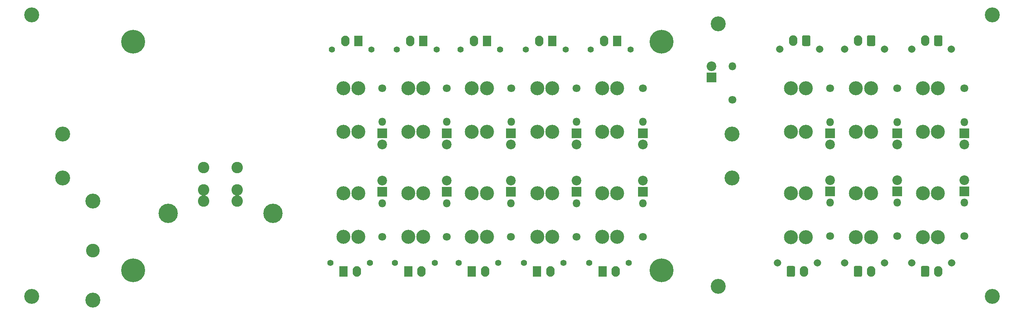
<source format=gbr>
G04 #@! TF.GenerationSoftware,KiCad,Pcbnew,(5.1.6)-1*
G04 #@! TF.CreationDate,2020-10-03T14:20:38-05:00*
G04 #@! TF.ProjectId,Power-Primary,506f7765-722d-4507-9269-6d6172792e6b,rev?*
G04 #@! TF.SameCoordinates,Original*
G04 #@! TF.FileFunction,Soldermask,Top*
G04 #@! TF.FilePolarity,Negative*
%FSLAX46Y46*%
G04 Gerber Fmt 4.6, Leading zero omitted, Abs format (unit mm)*
G04 Created by KiCad (PCBNEW (5.1.6)-1) date 2020-10-03 14:20:38*
%MOMM*%
%LPD*%
G01*
G04 APERTURE LIST*
%ADD10C,3.400000*%
%ADD11O,1.800000X1.800000*%
%ADD12C,1.800000*%
%ADD13O,1.900000X2.420000*%
%ADD14C,1.670000*%
%ADD15C,3.180000*%
%ADD16C,2.200000*%
%ADD17R,2.200000X2.200000*%
%ADD18C,4.400000*%
%ADD19C,2.600000*%
%ADD20C,5.400000*%
%ADD21C,1.400000*%
%ADD22R,1.900000X2.400000*%
%ADD23O,1.900000X2.400000*%
%ADD24C,3.100000*%
G04 APERTURE END LIST*
D10*
X175260000Y-62230000D03*
X175260000Y-121920000D03*
D11*
X200660000Y-84580400D03*
D12*
X200660000Y-76860400D03*
D11*
X215900000Y-84580400D03*
D12*
X215900000Y-76860400D03*
D11*
X231140000Y-84580400D03*
D12*
X231140000Y-76860400D03*
D11*
X231140000Y-102870000D03*
D12*
X231140000Y-110490000D03*
D11*
X215900000Y-102870000D03*
D12*
X215900000Y-110490000D03*
D11*
X200660000Y-102870000D03*
D12*
X200660000Y-110490000D03*
D13*
X192270000Y-66040000D03*
G36*
G01*
X196220000Y-65146667D02*
X196220000Y-66933333D01*
G75*
G02*
X195903333Y-67250000I-316667J0D01*
G01*
X194636667Y-67250000D01*
G75*
G02*
X194320000Y-66933333I0J316667D01*
G01*
X194320000Y-65146667D01*
G75*
G02*
X194636667Y-64830000I316667J0D01*
G01*
X195903333Y-64830000D01*
G75*
G02*
X196220000Y-65146667I0J-316667D01*
G01*
G37*
D14*
X189270000Y-68000000D03*
X198270000Y-68000000D03*
D13*
X207002000Y-66040000D03*
G36*
G01*
X210952000Y-65146667D02*
X210952000Y-66933333D01*
G75*
G02*
X210635333Y-67250000I-316667J0D01*
G01*
X209368667Y-67250000D01*
G75*
G02*
X209052000Y-66933333I0J316667D01*
G01*
X209052000Y-65146667D01*
G75*
G02*
X209368667Y-64830000I316667J0D01*
G01*
X210635333Y-64830000D01*
G75*
G02*
X210952000Y-65146667I0J-316667D01*
G01*
G37*
D14*
X204002000Y-68000000D03*
X213002000Y-68000000D03*
D13*
X222234000Y-66040000D03*
G36*
G01*
X226184000Y-65146667D02*
X226184000Y-66933333D01*
G75*
G02*
X225867333Y-67250000I-316667J0D01*
G01*
X224600667Y-67250000D01*
G75*
G02*
X224284000Y-66933333I0J316667D01*
G01*
X224284000Y-65146667D01*
G75*
G02*
X224600667Y-64830000I316667J0D01*
G01*
X225867333Y-64830000D01*
G75*
G02*
X226184000Y-65146667I0J-316667D01*
G01*
G37*
D14*
X219234000Y-68000000D03*
X228234000Y-68000000D03*
D13*
X225250000Y-118491000D03*
G36*
G01*
X221300000Y-119384333D02*
X221300000Y-117597667D01*
G75*
G02*
X221616667Y-117281000I316667J0D01*
G01*
X222883333Y-117281000D01*
G75*
G02*
X223200000Y-117597667I0J-316667D01*
G01*
X223200000Y-119384333D01*
G75*
G02*
X222883333Y-119701000I-316667J0D01*
G01*
X221616667Y-119701000D01*
G75*
G02*
X221300000Y-119384333I0J316667D01*
G01*
G37*
D14*
X228250000Y-116531000D03*
X219250000Y-116531000D03*
D13*
X210010000Y-118491000D03*
G36*
G01*
X206060000Y-119384333D02*
X206060000Y-117597667D01*
G75*
G02*
X206376667Y-117281000I316667J0D01*
G01*
X207643333Y-117281000D01*
G75*
G02*
X207960000Y-117597667I0J-316667D01*
G01*
X207960000Y-119384333D01*
G75*
G02*
X207643333Y-119701000I-316667J0D01*
G01*
X206376667Y-119701000D01*
G75*
G02*
X206060000Y-119384333I0J316667D01*
G01*
G37*
D14*
X213010000Y-116531000D03*
X204010000Y-116531000D03*
D13*
X194770000Y-118491000D03*
G36*
G01*
X190820000Y-119384333D02*
X190820000Y-117597667D01*
G75*
G02*
X191136667Y-117281000I316667J0D01*
G01*
X192403333Y-117281000D01*
G75*
G02*
X192720000Y-117597667I0J-316667D01*
G01*
X192720000Y-119384333D01*
G75*
G02*
X192403333Y-119701000I-316667J0D01*
G01*
X191136667Y-119701000D01*
G75*
G02*
X190820000Y-119384333I0J316667D01*
G01*
G37*
D14*
X197770000Y-116531000D03*
X188770000Y-116531000D03*
D15*
X195170000Y-76846400D03*
X191770000Y-76846400D03*
X195170000Y-86766400D03*
X191770000Y-86766400D03*
X209952600Y-76846400D03*
X206552600Y-76846400D03*
X209952600Y-86766400D03*
X206552600Y-86766400D03*
X225150000Y-76846400D03*
X221750000Y-76846400D03*
X225150000Y-86766400D03*
X221750000Y-86766400D03*
X221750000Y-110686400D03*
X225150000Y-110686400D03*
X221750000Y-100766400D03*
X225150000Y-100766400D03*
X206552600Y-110686400D03*
X209952600Y-110686400D03*
X206552600Y-100766400D03*
X209952600Y-100766400D03*
X195170000Y-100766400D03*
X191770000Y-100766400D03*
X195170000Y-110686400D03*
X191770000Y-110686400D03*
D16*
X200660000Y-89636600D03*
D17*
X200660000Y-87096600D03*
D16*
X215900000Y-89636600D03*
D17*
X215900000Y-87096600D03*
D16*
X231140000Y-89636600D03*
D17*
X231140000Y-87096600D03*
D16*
X231140000Y-97790000D03*
D17*
X231140000Y-100330000D03*
D16*
X215900000Y-97790000D03*
D17*
X215900000Y-100330000D03*
D16*
X200660000Y-97790000D03*
D17*
X200660000Y-100330000D03*
D18*
X74155880Y-105283920D03*
X50415880Y-105283920D03*
D19*
X66095880Y-102483920D03*
X66095880Y-99943920D03*
X58475880Y-102483920D03*
X58475880Y-99943920D03*
X66095880Y-94863920D03*
X58475880Y-94863920D03*
D10*
X26430200Y-87301000D03*
X26430200Y-97301000D03*
D20*
X162430200Y-66301000D03*
X42430200Y-118301000D03*
X42430200Y-66301000D03*
X162430200Y-118301000D03*
D10*
X178430200Y-87301000D03*
X178430200Y-97301000D03*
X19446240Y-60192920D03*
X237490000Y-60192920D03*
X237490000Y-124170440D03*
X19446240Y-124170440D03*
D11*
X99009200Y-102997000D03*
D12*
X99009200Y-110617000D03*
X113639600Y-110617000D03*
D11*
X113639600Y-102997000D03*
X128219200Y-102997000D03*
D12*
X128219200Y-110617000D03*
X143103600Y-110617000D03*
D11*
X143103600Y-102997000D03*
X158140400Y-102997000D03*
D12*
X158140400Y-110617000D03*
D11*
X158140400Y-84480400D03*
D12*
X158140400Y-76860400D03*
X143103600Y-76885800D03*
D11*
X143103600Y-84505800D03*
X128270000Y-84480400D03*
D12*
X128270000Y-76860400D03*
X113639600Y-76860400D03*
D11*
X113639600Y-84480400D03*
X98983800Y-84480400D03*
D12*
X98983800Y-76860400D03*
D21*
X155349200Y-68025400D03*
X146349200Y-68025400D03*
D22*
X152349200Y-66065400D03*
D23*
X149349200Y-66065400D03*
D15*
X122754600Y-76846400D03*
X119354600Y-76846400D03*
X122754600Y-86766400D03*
X119354600Y-86766400D03*
D23*
X105331000Y-66065400D03*
D22*
X108331000Y-66065400D03*
D21*
X102331000Y-68025400D03*
X111331000Y-68025400D03*
D15*
X108327400Y-76846400D03*
X104927400Y-76846400D03*
X108327400Y-86766400D03*
X104927400Y-86766400D03*
D17*
X99009200Y-87096600D03*
D16*
X99009200Y-89636600D03*
X99009200Y-97840800D03*
D17*
X99009200Y-100380800D03*
X113665000Y-100380800D03*
D16*
X113665000Y-97840800D03*
D17*
X128244600Y-100380800D03*
D16*
X128244600Y-97840800D03*
X143103600Y-97840800D03*
D17*
X143103600Y-100380800D03*
X158140400Y-100380800D03*
D16*
X158140400Y-97840800D03*
D17*
X158165800Y-87096600D03*
D16*
X158165800Y-89636600D03*
X143103600Y-89636600D03*
D17*
X143103600Y-87096600D03*
X128244600Y-87096600D03*
D16*
X128244600Y-89636600D03*
D17*
X113614200Y-87096600D03*
D16*
X113614200Y-89636600D03*
D15*
X93595400Y-100698300D03*
X90195400Y-100698300D03*
X93595400Y-110618300D03*
X90195400Y-110618300D03*
X108327400Y-100698300D03*
X104927400Y-100698300D03*
X108327400Y-110618300D03*
X104927400Y-110618300D03*
X119354600Y-110618300D03*
X122754600Y-110618300D03*
X119354600Y-100698300D03*
X122754600Y-100698300D03*
X137588400Y-100698300D03*
X134188400Y-100698300D03*
X137588400Y-110618300D03*
X134188400Y-110618300D03*
X152371000Y-100698300D03*
X148971000Y-100698300D03*
X152371000Y-110618300D03*
X148971000Y-110618300D03*
X152371000Y-76846400D03*
X148971000Y-76846400D03*
X152371000Y-86766400D03*
X148971000Y-86766400D03*
X137588400Y-76846400D03*
X134188400Y-76846400D03*
X137588400Y-86766400D03*
X134188400Y-86766400D03*
D21*
X87220800Y-116531000D03*
X96220800Y-116531000D03*
D22*
X90220800Y-118491000D03*
D23*
X93220800Y-118491000D03*
X107902000Y-118491000D03*
D22*
X104902000Y-118491000D03*
D21*
X110902000Y-116531000D03*
X101902000Y-116531000D03*
D23*
X122354600Y-118491000D03*
D22*
X119354600Y-118491000D03*
D21*
X125354600Y-116531000D03*
X116354600Y-116531000D03*
D23*
X137137400Y-118491000D03*
D22*
X134137400Y-118491000D03*
D21*
X140137400Y-116531000D03*
X131137400Y-116531000D03*
D23*
X151996400Y-118491000D03*
D22*
X148996400Y-118491000D03*
D21*
X154996400Y-116531000D03*
X145996400Y-116531000D03*
X140617200Y-68025400D03*
X131617200Y-68025400D03*
D22*
X137617200Y-66065400D03*
D23*
X134617200Y-66065400D03*
X119783600Y-66065400D03*
D22*
X122783600Y-66065400D03*
D21*
X116783600Y-68025400D03*
X125783600Y-68025400D03*
D15*
X93595400Y-76846400D03*
X90195400Y-76846400D03*
X93595400Y-86766400D03*
X90195400Y-86766400D03*
D23*
X90573600Y-66065400D03*
D22*
X93573600Y-66065400D03*
D21*
X87573600Y-68025400D03*
X96573600Y-68025400D03*
D17*
X173761400Y-74396600D03*
D16*
X173761400Y-71856600D03*
D12*
X178460400Y-79451200D03*
D11*
X178460400Y-71831200D03*
D10*
X33324800Y-102514400D03*
X33324800Y-125014400D03*
D24*
X33324800Y-113764400D03*
M02*

</source>
